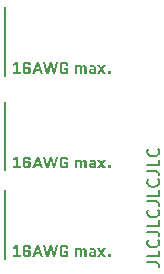
<source format=gbr>
%TF.GenerationSoftware,KiCad,Pcbnew,7.0.7*%
%TF.CreationDate,2023-12-31T13:21:00+08:00*%
%TF.ProjectId,XT302+2 PCB mod,58543330-322b-4322-9050-4342206d6f64,rev?*%
%TF.SameCoordinates,Original*%
%TF.FileFunction,Legend,Top*%
%TF.FilePolarity,Positive*%
%FSLAX46Y46*%
G04 Gerber Fmt 4.6, Leading zero omitted, Abs format (unit mm)*
G04 Created by KiCad (PCBNEW 7.0.7) date 2023-12-31 13:21:00*
%MOMM*%
%LPD*%
G01*
G04 APERTURE LIST*
%ADD10C,0.150000*%
%ADD11C,0.250000*%
G04 APERTURE END LIST*
D10*
X209569819Y-153177506D02*
X210284104Y-153177506D01*
X210284104Y-153177506D02*
X210426961Y-153225125D01*
X210426961Y-153225125D02*
X210522200Y-153320363D01*
X210522200Y-153320363D02*
X210569819Y-153463220D01*
X210569819Y-153463220D02*
X210569819Y-153558458D01*
X210569819Y-152225125D02*
X210569819Y-152701315D01*
X210569819Y-152701315D02*
X209569819Y-152701315D01*
X210474580Y-151320363D02*
X210522200Y-151367982D01*
X210522200Y-151367982D02*
X210569819Y-151510839D01*
X210569819Y-151510839D02*
X210569819Y-151606077D01*
X210569819Y-151606077D02*
X210522200Y-151748934D01*
X210522200Y-151748934D02*
X210426961Y-151844172D01*
X210426961Y-151844172D02*
X210331723Y-151891791D01*
X210331723Y-151891791D02*
X210141247Y-151939410D01*
X210141247Y-151939410D02*
X209998390Y-151939410D01*
X209998390Y-151939410D02*
X209807914Y-151891791D01*
X209807914Y-151891791D02*
X209712676Y-151844172D01*
X209712676Y-151844172D02*
X209617438Y-151748934D01*
X209617438Y-151748934D02*
X209569819Y-151606077D01*
X209569819Y-151606077D02*
X209569819Y-151510839D01*
X209569819Y-151510839D02*
X209617438Y-151367982D01*
X209617438Y-151367982D02*
X209665057Y-151320363D01*
X209569819Y-150606077D02*
X210284104Y-150606077D01*
X210284104Y-150606077D02*
X210426961Y-150653696D01*
X210426961Y-150653696D02*
X210522200Y-150748934D01*
X210522200Y-150748934D02*
X210569819Y-150891791D01*
X210569819Y-150891791D02*
X210569819Y-150987029D01*
X210569819Y-149653696D02*
X210569819Y-150129886D01*
X210569819Y-150129886D02*
X209569819Y-150129886D01*
X210474580Y-148748934D02*
X210522200Y-148796553D01*
X210522200Y-148796553D02*
X210569819Y-148939410D01*
X210569819Y-148939410D02*
X210569819Y-149034648D01*
X210569819Y-149034648D02*
X210522200Y-149177505D01*
X210522200Y-149177505D02*
X210426961Y-149272743D01*
X210426961Y-149272743D02*
X210331723Y-149320362D01*
X210331723Y-149320362D02*
X210141247Y-149367981D01*
X210141247Y-149367981D02*
X209998390Y-149367981D01*
X209998390Y-149367981D02*
X209807914Y-149320362D01*
X209807914Y-149320362D02*
X209712676Y-149272743D01*
X209712676Y-149272743D02*
X209617438Y-149177505D01*
X209617438Y-149177505D02*
X209569819Y-149034648D01*
X209569819Y-149034648D02*
X209569819Y-148939410D01*
X209569819Y-148939410D02*
X209617438Y-148796553D01*
X209617438Y-148796553D02*
X209665057Y-148748934D01*
X209569819Y-148034648D02*
X210284104Y-148034648D01*
X210284104Y-148034648D02*
X210426961Y-148082267D01*
X210426961Y-148082267D02*
X210522200Y-148177505D01*
X210522200Y-148177505D02*
X210569819Y-148320362D01*
X210569819Y-148320362D02*
X210569819Y-148415600D01*
X210569819Y-147082267D02*
X210569819Y-147558457D01*
X210569819Y-147558457D02*
X209569819Y-147558457D01*
X210474580Y-146177505D02*
X210522200Y-146225124D01*
X210522200Y-146225124D02*
X210569819Y-146367981D01*
X210569819Y-146367981D02*
X210569819Y-146463219D01*
X210569819Y-146463219D02*
X210522200Y-146606076D01*
X210522200Y-146606076D02*
X210426961Y-146701314D01*
X210426961Y-146701314D02*
X210331723Y-146748933D01*
X210331723Y-146748933D02*
X210141247Y-146796552D01*
X210141247Y-146796552D02*
X209998390Y-146796552D01*
X209998390Y-146796552D02*
X209807914Y-146748933D01*
X209807914Y-146748933D02*
X209712676Y-146701314D01*
X209712676Y-146701314D02*
X209617438Y-146606076D01*
X209617438Y-146606076D02*
X209569819Y-146463219D01*
X209569819Y-146463219D02*
X209569819Y-146367981D01*
X209569819Y-146367981D02*
X209617438Y-146225124D01*
X209617438Y-146225124D02*
X209665057Y-146177505D01*
X209569819Y-145463219D02*
X210284104Y-145463219D01*
X210284104Y-145463219D02*
X210426961Y-145510838D01*
X210426961Y-145510838D02*
X210522200Y-145606076D01*
X210522200Y-145606076D02*
X210569819Y-145748933D01*
X210569819Y-145748933D02*
X210569819Y-145844171D01*
X210569819Y-144510838D02*
X210569819Y-144987028D01*
X210569819Y-144987028D02*
X209569819Y-144987028D01*
X210474580Y-143606076D02*
X210522200Y-143653695D01*
X210522200Y-143653695D02*
X210569819Y-143796552D01*
X210569819Y-143796552D02*
X210569819Y-143891790D01*
X210569819Y-143891790D02*
X210522200Y-144034647D01*
X210522200Y-144034647D02*
X210426961Y-144129885D01*
X210426961Y-144129885D02*
X210331723Y-144177504D01*
X210331723Y-144177504D02*
X210141247Y-144225123D01*
X210141247Y-144225123D02*
X209998390Y-144225123D01*
X209998390Y-144225123D02*
X209807914Y-144177504D01*
X209807914Y-144177504D02*
X209712676Y-144129885D01*
X209712676Y-144129885D02*
X209617438Y-144034647D01*
X209617438Y-144034647D02*
X209569819Y-143891790D01*
X209569819Y-143891790D02*
X209569819Y-143796552D01*
X209569819Y-143796552D02*
X209617438Y-143653695D01*
X209617438Y-143653695D02*
X209665057Y-143606076D01*
D11*
G36*
X198225052Y-152076161D02*
G01*
X198225052Y-151890781D01*
X198482728Y-151745212D01*
X198647103Y-151745212D01*
X198647103Y-152565380D01*
X198865945Y-152565380D01*
X198865945Y-152730000D01*
X198225052Y-152730000D01*
X198225052Y-152565380D01*
X198455373Y-152565380D01*
X198455373Y-151945980D01*
X198225052Y-152076161D01*
G37*
G36*
X199697592Y-151837048D02*
G01*
X199697592Y-152032442D01*
X199505861Y-152032442D01*
X199505861Y-151909832D01*
X199228646Y-151909832D01*
X199228646Y-152183872D01*
X199329518Y-152127697D01*
X199538834Y-152127697D01*
X199697592Y-152219532D01*
X199697592Y-152638164D01*
X199538834Y-152730000D01*
X199195673Y-152730000D01*
X199036915Y-152638164D01*
X199036915Y-152292316D01*
X199228646Y-152292316D01*
X199228646Y-152565380D01*
X199505861Y-152565380D01*
X199505861Y-152292316D01*
X199228646Y-152292316D01*
X199036915Y-152292316D01*
X199036915Y-151837048D01*
X199195673Y-151745212D01*
X199538834Y-151745212D01*
X199697592Y-151837048D01*
G37*
G36*
X200737090Y-152730000D02*
G01*
X200543893Y-152730000D01*
X200469888Y-152519462D01*
X200103035Y-152519462D01*
X200028785Y-152730000D01*
X199835589Y-152730000D01*
X199968923Y-152354842D01*
X200161898Y-152354842D01*
X200409560Y-152354842D01*
X200287683Y-151998981D01*
X200284996Y-151998981D01*
X200161898Y-152354842D01*
X199968923Y-152354842D01*
X200185589Y-151745212D01*
X200387090Y-151745212D01*
X200737090Y-152730000D01*
G37*
G36*
X202024249Y-151745212D02*
G01*
X201775122Y-152730000D01*
X201565073Y-152730000D01*
X201388729Y-152064682D01*
X201386043Y-152064682D01*
X201209455Y-152730000D01*
X200999651Y-152730000D01*
X200750279Y-151745212D01*
X200940788Y-151745212D01*
X201105896Y-152420544D01*
X201108827Y-152420544D01*
X201287857Y-151745212D01*
X201486671Y-151745212D01*
X201665945Y-152417613D01*
X201668632Y-152417613D01*
X201833984Y-151745212D01*
X202024249Y-151745212D01*
G37*
G36*
X202531297Y-152378778D02*
G01*
X202531297Y-152214159D01*
X202887159Y-152214159D01*
X202887159Y-152638164D01*
X202728401Y-152730000D01*
X202326866Y-152730000D01*
X202168108Y-152638164D01*
X202168108Y-151837048D01*
X202326866Y-151745212D01*
X202728401Y-151745212D01*
X202887159Y-151837048D01*
X202887159Y-152034396D01*
X202695429Y-152034396D01*
X202695429Y-151909832D01*
X202359839Y-151909832D01*
X202359839Y-152565380D01*
X202695429Y-152565380D01*
X202695429Y-152378778D01*
X202531297Y-152378778D01*
G37*
G36*
X204435903Y-152120858D02*
G01*
X204435903Y-152730000D01*
X204244173Y-152730000D01*
X204244173Y-152191200D01*
X204045115Y-152191200D01*
X204045115Y-152730000D01*
X203853384Y-152730000D01*
X203853384Y-152191200D01*
X203654326Y-152191200D01*
X203654326Y-152730000D01*
X203462595Y-152730000D01*
X203462595Y-152026580D01*
X203620621Y-152026580D01*
X203654326Y-152084221D01*
X203751046Y-152026580D01*
X203882693Y-152026580D01*
X204012875Y-152102540D01*
X204141835Y-152026580D01*
X204273482Y-152026580D01*
X204435903Y-152120858D01*
G37*
G36*
X205207711Y-152120858D02*
G01*
X205207711Y-152730000D01*
X205115387Y-152730000D01*
X205015980Y-152671381D01*
X204915840Y-152730000D01*
X204787613Y-152730000D01*
X204625191Y-152634012D01*
X204625191Y-152448632D01*
X204816922Y-152448632D01*
X204816922Y-152565380D01*
X205015980Y-152565380D01*
X205015980Y-152448632D01*
X204816922Y-152448632D01*
X204625191Y-152448632D01*
X204625191Y-152397829D01*
X204787613Y-152307948D01*
X205015980Y-152307948D01*
X205015980Y-152191200D01*
X204695289Y-152191200D01*
X204695289Y-152026580D01*
X205045289Y-152026580D01*
X205207711Y-152120858D01*
G37*
G36*
X205331053Y-152730000D02*
G01*
X205585799Y-152371207D01*
X205339357Y-152026580D01*
X205547941Y-152026580D01*
X205685205Y-152224905D01*
X205822470Y-152026580D01*
X206031053Y-152026580D01*
X205783147Y-152371207D01*
X206039357Y-152730000D01*
X205833705Y-152730000D01*
X205685205Y-152518974D01*
X205536950Y-152730000D01*
X205331053Y-152730000D01*
G37*
G36*
X206201046Y-152730000D02*
G01*
X206201046Y-152464263D01*
X206466782Y-152464263D01*
X206466782Y-152730000D01*
X206201046Y-152730000D01*
G37*
D10*
X197500000Y-147100000D02*
X197500000Y-152900000D01*
D11*
G36*
X198225052Y-144576161D02*
G01*
X198225052Y-144390781D01*
X198482728Y-144245212D01*
X198647103Y-144245212D01*
X198647103Y-145065380D01*
X198865945Y-145065380D01*
X198865945Y-145230000D01*
X198225052Y-145230000D01*
X198225052Y-145065380D01*
X198455373Y-145065380D01*
X198455373Y-144445980D01*
X198225052Y-144576161D01*
G37*
G36*
X199697592Y-144337048D02*
G01*
X199697592Y-144532442D01*
X199505861Y-144532442D01*
X199505861Y-144409832D01*
X199228646Y-144409832D01*
X199228646Y-144683872D01*
X199329518Y-144627697D01*
X199538834Y-144627697D01*
X199697592Y-144719532D01*
X199697592Y-145138164D01*
X199538834Y-145230000D01*
X199195673Y-145230000D01*
X199036915Y-145138164D01*
X199036915Y-144792316D01*
X199228646Y-144792316D01*
X199228646Y-145065380D01*
X199505861Y-145065380D01*
X199505861Y-144792316D01*
X199228646Y-144792316D01*
X199036915Y-144792316D01*
X199036915Y-144337048D01*
X199195673Y-144245212D01*
X199538834Y-144245212D01*
X199697592Y-144337048D01*
G37*
G36*
X200737090Y-145230000D02*
G01*
X200543893Y-145230000D01*
X200469888Y-145019462D01*
X200103035Y-145019462D01*
X200028785Y-145230000D01*
X199835589Y-145230000D01*
X199968923Y-144854842D01*
X200161898Y-144854842D01*
X200409560Y-144854842D01*
X200287683Y-144498981D01*
X200284996Y-144498981D01*
X200161898Y-144854842D01*
X199968923Y-144854842D01*
X200185589Y-144245212D01*
X200387090Y-144245212D01*
X200737090Y-145230000D01*
G37*
G36*
X202024249Y-144245212D02*
G01*
X201775122Y-145230000D01*
X201565073Y-145230000D01*
X201388729Y-144564682D01*
X201386043Y-144564682D01*
X201209455Y-145230000D01*
X200999651Y-145230000D01*
X200750279Y-144245212D01*
X200940788Y-144245212D01*
X201105896Y-144920544D01*
X201108827Y-144920544D01*
X201287857Y-144245212D01*
X201486671Y-144245212D01*
X201665945Y-144917613D01*
X201668632Y-144917613D01*
X201833984Y-144245212D01*
X202024249Y-144245212D01*
G37*
G36*
X202531297Y-144878778D02*
G01*
X202531297Y-144714159D01*
X202887159Y-144714159D01*
X202887159Y-145138164D01*
X202728401Y-145230000D01*
X202326866Y-145230000D01*
X202168108Y-145138164D01*
X202168108Y-144337048D01*
X202326866Y-144245212D01*
X202728401Y-144245212D01*
X202887159Y-144337048D01*
X202887159Y-144534396D01*
X202695429Y-144534396D01*
X202695429Y-144409832D01*
X202359839Y-144409832D01*
X202359839Y-145065380D01*
X202695429Y-145065380D01*
X202695429Y-144878778D01*
X202531297Y-144878778D01*
G37*
G36*
X204435903Y-144620858D02*
G01*
X204435903Y-145230000D01*
X204244173Y-145230000D01*
X204244173Y-144691200D01*
X204045115Y-144691200D01*
X204045115Y-145230000D01*
X203853384Y-145230000D01*
X203853384Y-144691200D01*
X203654326Y-144691200D01*
X203654326Y-145230000D01*
X203462595Y-145230000D01*
X203462595Y-144526580D01*
X203620621Y-144526580D01*
X203654326Y-144584221D01*
X203751046Y-144526580D01*
X203882693Y-144526580D01*
X204012875Y-144602540D01*
X204141835Y-144526580D01*
X204273482Y-144526580D01*
X204435903Y-144620858D01*
G37*
G36*
X205207711Y-144620858D02*
G01*
X205207711Y-145230000D01*
X205115387Y-145230000D01*
X205015980Y-145171381D01*
X204915840Y-145230000D01*
X204787613Y-145230000D01*
X204625191Y-145134012D01*
X204625191Y-144948632D01*
X204816922Y-144948632D01*
X204816922Y-145065380D01*
X205015980Y-145065380D01*
X205015980Y-144948632D01*
X204816922Y-144948632D01*
X204625191Y-144948632D01*
X204625191Y-144897829D01*
X204787613Y-144807948D01*
X205015980Y-144807948D01*
X205015980Y-144691200D01*
X204695289Y-144691200D01*
X204695289Y-144526580D01*
X205045289Y-144526580D01*
X205207711Y-144620858D01*
G37*
G36*
X205331053Y-145230000D02*
G01*
X205585799Y-144871207D01*
X205339357Y-144526580D01*
X205547941Y-144526580D01*
X205685205Y-144724905D01*
X205822470Y-144526580D01*
X206031053Y-144526580D01*
X205783147Y-144871207D01*
X206039357Y-145230000D01*
X205833705Y-145230000D01*
X205685205Y-145018974D01*
X205536950Y-145230000D01*
X205331053Y-145230000D01*
G37*
G36*
X206201046Y-145230000D02*
G01*
X206201046Y-144964263D01*
X206466782Y-144964263D01*
X206466782Y-145230000D01*
X206201046Y-145230000D01*
G37*
D10*
X197500000Y-139600000D02*
X197500000Y-145400000D01*
X197500000Y-131600000D02*
X197500000Y-137400000D01*
D11*
G36*
X198225052Y-136576161D02*
G01*
X198225052Y-136390781D01*
X198482728Y-136245212D01*
X198647103Y-136245212D01*
X198647103Y-137065380D01*
X198865945Y-137065380D01*
X198865945Y-137230000D01*
X198225052Y-137230000D01*
X198225052Y-137065380D01*
X198455373Y-137065380D01*
X198455373Y-136445980D01*
X198225052Y-136576161D01*
G37*
G36*
X199697592Y-136337048D02*
G01*
X199697592Y-136532442D01*
X199505861Y-136532442D01*
X199505861Y-136409832D01*
X199228646Y-136409832D01*
X199228646Y-136683872D01*
X199329518Y-136627697D01*
X199538834Y-136627697D01*
X199697592Y-136719532D01*
X199697592Y-137138164D01*
X199538834Y-137230000D01*
X199195673Y-137230000D01*
X199036915Y-137138164D01*
X199036915Y-136792316D01*
X199228646Y-136792316D01*
X199228646Y-137065380D01*
X199505861Y-137065380D01*
X199505861Y-136792316D01*
X199228646Y-136792316D01*
X199036915Y-136792316D01*
X199036915Y-136337048D01*
X199195673Y-136245212D01*
X199538834Y-136245212D01*
X199697592Y-136337048D01*
G37*
G36*
X200737090Y-137230000D02*
G01*
X200543893Y-137230000D01*
X200469888Y-137019462D01*
X200103035Y-137019462D01*
X200028785Y-137230000D01*
X199835589Y-137230000D01*
X199968923Y-136854842D01*
X200161898Y-136854842D01*
X200409560Y-136854842D01*
X200287683Y-136498981D01*
X200284996Y-136498981D01*
X200161898Y-136854842D01*
X199968923Y-136854842D01*
X200185589Y-136245212D01*
X200387090Y-136245212D01*
X200737090Y-137230000D01*
G37*
G36*
X202024249Y-136245212D02*
G01*
X201775122Y-137230000D01*
X201565073Y-137230000D01*
X201388729Y-136564682D01*
X201386043Y-136564682D01*
X201209455Y-137230000D01*
X200999651Y-137230000D01*
X200750279Y-136245212D01*
X200940788Y-136245212D01*
X201105896Y-136920544D01*
X201108827Y-136920544D01*
X201287857Y-136245212D01*
X201486671Y-136245212D01*
X201665945Y-136917613D01*
X201668632Y-136917613D01*
X201833984Y-136245212D01*
X202024249Y-136245212D01*
G37*
G36*
X202531297Y-136878778D02*
G01*
X202531297Y-136714159D01*
X202887159Y-136714159D01*
X202887159Y-137138164D01*
X202728401Y-137230000D01*
X202326866Y-137230000D01*
X202168108Y-137138164D01*
X202168108Y-136337048D01*
X202326866Y-136245212D01*
X202728401Y-136245212D01*
X202887159Y-136337048D01*
X202887159Y-136534396D01*
X202695429Y-136534396D01*
X202695429Y-136409832D01*
X202359839Y-136409832D01*
X202359839Y-137065380D01*
X202695429Y-137065380D01*
X202695429Y-136878778D01*
X202531297Y-136878778D01*
G37*
G36*
X204435903Y-136620858D02*
G01*
X204435903Y-137230000D01*
X204244173Y-137230000D01*
X204244173Y-136691200D01*
X204045115Y-136691200D01*
X204045115Y-137230000D01*
X203853384Y-137230000D01*
X203853384Y-136691200D01*
X203654326Y-136691200D01*
X203654326Y-137230000D01*
X203462595Y-137230000D01*
X203462595Y-136526580D01*
X203620621Y-136526580D01*
X203654326Y-136584221D01*
X203751046Y-136526580D01*
X203882693Y-136526580D01*
X204012875Y-136602540D01*
X204141835Y-136526580D01*
X204273482Y-136526580D01*
X204435903Y-136620858D01*
G37*
G36*
X205207711Y-136620858D02*
G01*
X205207711Y-137230000D01*
X205115387Y-137230000D01*
X205015980Y-137171381D01*
X204915840Y-137230000D01*
X204787613Y-137230000D01*
X204625191Y-137134012D01*
X204625191Y-136948632D01*
X204816922Y-136948632D01*
X204816922Y-137065380D01*
X205015980Y-137065380D01*
X205015980Y-136948632D01*
X204816922Y-136948632D01*
X204625191Y-136948632D01*
X204625191Y-136897829D01*
X204787613Y-136807948D01*
X205015980Y-136807948D01*
X205015980Y-136691200D01*
X204695289Y-136691200D01*
X204695289Y-136526580D01*
X205045289Y-136526580D01*
X205207711Y-136620858D01*
G37*
G36*
X205331053Y-137230000D02*
G01*
X205585799Y-136871207D01*
X205339357Y-136526580D01*
X205547941Y-136526580D01*
X205685205Y-136724905D01*
X205822470Y-136526580D01*
X206031053Y-136526580D01*
X205783147Y-136871207D01*
X206039357Y-137230000D01*
X205833705Y-137230000D01*
X205685205Y-137018974D01*
X205536950Y-137230000D01*
X205331053Y-137230000D01*
G37*
G36*
X206201046Y-137230000D02*
G01*
X206201046Y-136964263D01*
X206466782Y-136964263D01*
X206466782Y-137230000D01*
X206201046Y-137230000D01*
G37*
M02*

</source>
